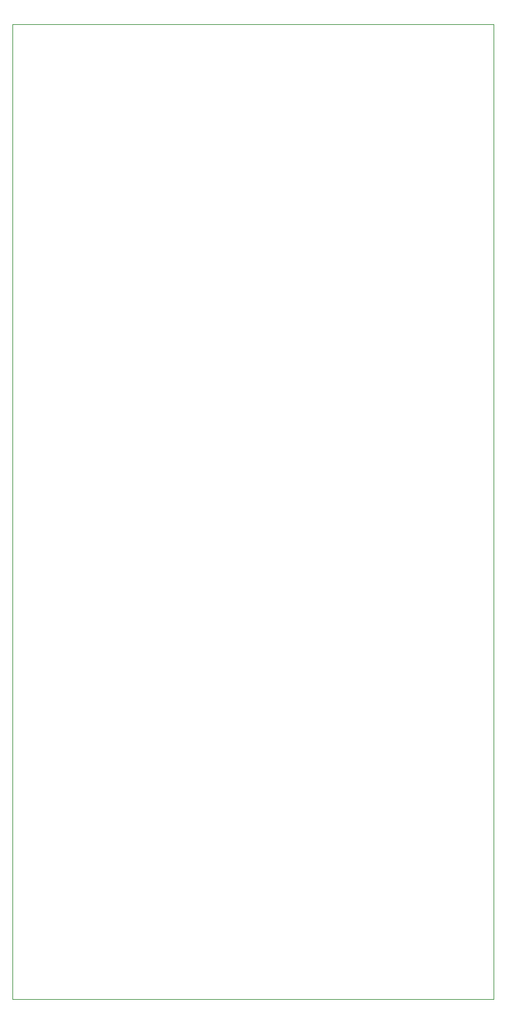
<source format=gbr>
%TF.GenerationSoftware,KiCad,Pcbnew,9.0.0-9.0.0-2~ubuntu24.04.1*%
%TF.CreationDate,2025-03-20T00:33:01-04:00*%
%TF.ProjectId,LVDS-PMOD,4c564453-2d50-44d4-9f44-2e6b69636164,1*%
%TF.SameCoordinates,Original*%
%TF.FileFunction,Other,User*%
%FSLAX46Y46*%
G04 Gerber Fmt 4.6, Leading zero omitted, Abs format (unit mm)*
G04 Created by KiCad (PCBNEW 9.0.0-9.0.0-2~ubuntu24.04.1) date 2025-03-20 00:33:01*
%MOMM*%
%LPD*%
G01*
G04 APERTURE LIST*
%ADD10C,0.100000*%
G04 APERTURE END LIST*
D10*
X22225000Y-23176500D02*
X84455000Y-23176500D01*
X84455000Y-149225000D01*
X22225000Y-149225000D01*
X22225000Y-23176500D01*
M02*

</source>
